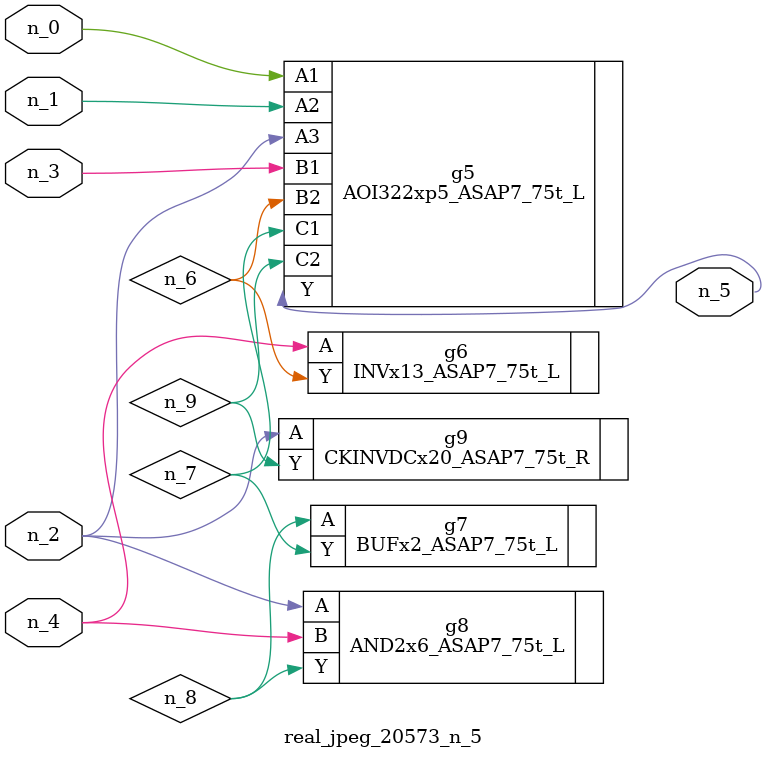
<source format=v>
module real_jpeg_20573_n_5 (n_4, n_0, n_1, n_2, n_3, n_5);

input n_4;
input n_0;
input n_1;
input n_2;
input n_3;

output n_5;

wire n_8;
wire n_6;
wire n_7;
wire n_9;

AOI322xp5_ASAP7_75t_L g5 ( 
.A1(n_0),
.A2(n_1),
.A3(n_2),
.B1(n_3),
.B2(n_6),
.C1(n_7),
.C2(n_9),
.Y(n_5)
);

AND2x6_ASAP7_75t_L g8 ( 
.A(n_2),
.B(n_4),
.Y(n_8)
);

CKINVDCx20_ASAP7_75t_R g9 ( 
.A(n_2),
.Y(n_9)
);

INVx13_ASAP7_75t_L g6 ( 
.A(n_4),
.Y(n_6)
);

BUFx2_ASAP7_75t_L g7 ( 
.A(n_8),
.Y(n_7)
);


endmodule
</source>
